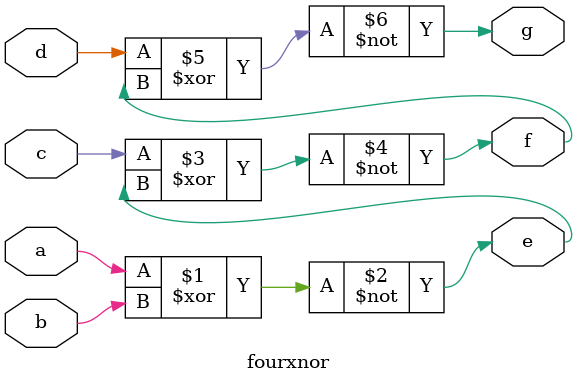
<source format=v>
`timescale 1ns / 1ps

module fourxnor(
    input a,b,c,d,
    output e,f,g
    );
assign e = ~(a^b);
assign f = ~(c^e);
assign g = ~(d^f);










endmodule

</source>
